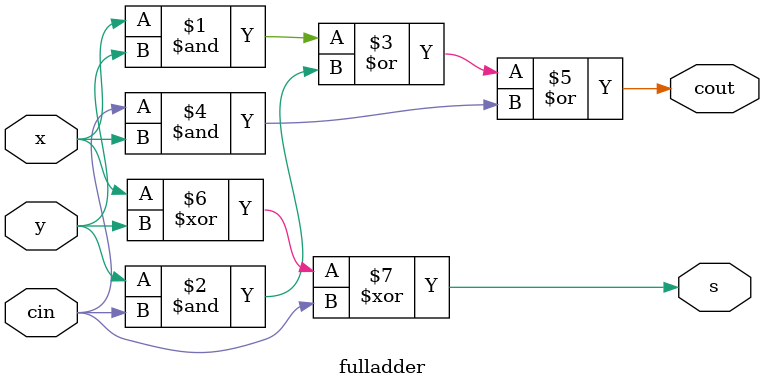
<source format=v>
`timescale 1ns / 1ps


module fulladder(
	output	s,		// sum
	output	cout,	// carry out
	input	x,		// augend
	input	y,		// addend
	input	cin		// carry in
	);
	
	assign	cout = x & y | y & cin | cin & x;
	assign	s = x ^ y ^ cin;

endmodule			// fulladder

</source>
